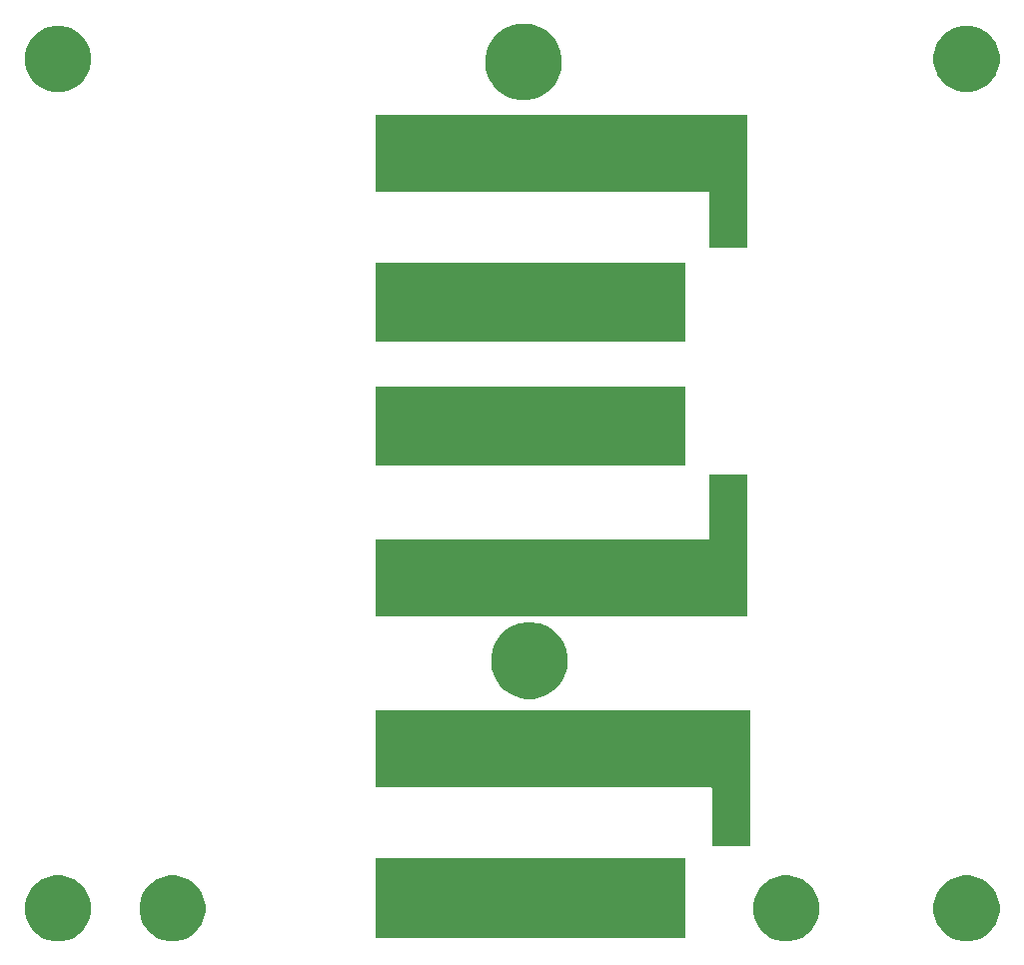
<source format=gbs>
G04 This is an RS-274x file exported by *
G04 gerbv version 2.6A *
G04 More information is available about gerbv at *
G04 http://gerbv.geda-project.org/ *
G04 --End of header info--*
%MOIN*%
%FSLAX34Y34*%
%IPPOS*%
G04 --Define apertures--*
%ADD10C,0.0039*%
G04 --Start main section--*
G54D10*
G36*
G01X0027881Y-069215D02*
G01X0028081Y-069298D01*
G01X0028081Y-069298D01*
G01X0028262Y-069419D01*
G01X0028416Y-069573D01*
G01X0028536Y-069753D01*
G01X0028536Y-069753D01*
G01X0028619Y-069954D01*
G01X0028662Y-070167D01*
G01X0028662Y-070384D01*
G01X0028619Y-070597D01*
G01X0028536Y-070798D01*
G01X0028536Y-070798D01*
G01X0028416Y-070979D01*
G01X0028262Y-071132D01*
G01X0028081Y-071253D01*
G01X0028081Y-071253D01*
G01X0028081Y-071253D01*
G01X0027881Y-071336D01*
G01X0027668Y-071378D01*
G01X0027450Y-071378D01*
G01X0027237Y-071336D01*
G01X0027037Y-071253D01*
G01X0027037Y-071253D01*
G01X0027037Y-071253D01*
G01X0026856Y-071132D01*
G01X0026702Y-070979D01*
G01X0026582Y-070798D01*
G01X0026582Y-070798D01*
G01X0026499Y-070597D01*
G01X0026456Y-070384D01*
G01X0026456Y-070167D01*
G01X0026499Y-069954D01*
G01X0026582Y-069753D01*
G01X0026582Y-069753D01*
G01X0026702Y-069573D01*
G01X0026856Y-069419D01*
G01X0027037Y-069298D01*
G01X0027037Y-069298D01*
G01X0027237Y-069215D01*
G01X0027450Y-069173D01*
G01X0027668Y-069173D01*
G01X0027881Y-069215D01*
G01X0027881Y-069215D01*
G37*
G36*
G01X0048353Y-069215D02*
G01X0048554Y-069298D01*
G01X0048554Y-069298D01*
G01X0048734Y-069419D01*
G01X0048888Y-069573D01*
G01X0049009Y-069753D01*
G01X0049009Y-069753D01*
G01X0049092Y-069954D01*
G01X0049134Y-070167D01*
G01X0049134Y-070384D01*
G01X0049092Y-070597D01*
G01X0049009Y-070798D01*
G01X0049009Y-070798D01*
G01X0048888Y-070979D01*
G01X0048734Y-071132D01*
G01X0048554Y-071253D01*
G01X0048554Y-071253D01*
G01X0048554Y-071253D01*
G01X0048353Y-071336D01*
G01X0048140Y-071378D01*
G01X0047923Y-071378D01*
G01X0047710Y-071336D01*
G01X0047509Y-071253D01*
G01X0047509Y-071253D01*
G01X0047509Y-071253D01*
G01X0047329Y-071132D01*
G01X0047175Y-070979D01*
G01X0047054Y-070798D01*
G01X0047054Y-070798D01*
G01X0046971Y-070597D01*
G01X0046929Y-070384D01*
G01X0046929Y-070167D01*
G01X0046971Y-069954D01*
G01X0047054Y-069753D01*
G01X0047054Y-069753D01*
G01X0047175Y-069573D01*
G01X0047329Y-069419D01*
G01X0047509Y-069298D01*
G01X0047509Y-069298D01*
G01X0047710Y-069215D01*
G01X0047923Y-069173D01*
G01X0048140Y-069173D01*
G01X0048353Y-069215D01*
G01X0048353Y-069215D01*
G37*
G36*
G01X0054377Y-069215D02*
G01X0054577Y-069298D01*
G01X0054577Y-069298D01*
G01X0054758Y-069419D01*
G01X0054912Y-069573D01*
G01X0055032Y-069753D01*
G01X0055032Y-069753D01*
G01X0055115Y-069954D01*
G01X0055158Y-070167D01*
G01X0055158Y-070384D01*
G01X0055115Y-070597D01*
G01X0055032Y-070798D01*
G01X0055032Y-070798D01*
G01X0054912Y-070979D01*
G01X0054758Y-071132D01*
G01X0054577Y-071253D01*
G01X0054577Y-071253D01*
G01X0054577Y-071253D01*
G01X0054377Y-071336D01*
G01X0054164Y-071378D01*
G01X0053947Y-071378D01*
G01X0053733Y-071336D01*
G01X0053533Y-071253D01*
G01X0053533Y-071253D01*
G01X0053533Y-071253D01*
G01X0053352Y-071132D01*
G01X0053199Y-070979D01*
G01X0053078Y-070798D01*
G01X0053078Y-070798D01*
G01X0052995Y-070597D01*
G01X0052952Y-070384D01*
G01X0052952Y-070167D01*
G01X0052995Y-069954D01*
G01X0053078Y-069753D01*
G01X0053078Y-069753D01*
G01X0053199Y-069573D01*
G01X0053352Y-069419D01*
G01X0053533Y-069298D01*
G01X0053533Y-069298D01*
G01X0053733Y-069215D01*
G01X0053947Y-069173D01*
G01X0054164Y-069173D01*
G01X0054377Y-069215D01*
G01X0054377Y-069215D01*
G37*
G36*
G01X0024062Y-069215D02*
G01X0024263Y-069298D01*
G01X0024263Y-069298D01*
G01X0024443Y-069419D01*
G01X0024597Y-069573D01*
G01X0024717Y-069753D01*
G01X0024717Y-069753D01*
G01X0024801Y-069954D01*
G01X0024843Y-070167D01*
G01X0024843Y-070384D01*
G01X0024801Y-070597D01*
G01X0024717Y-070798D01*
G01X0024717Y-070798D01*
G01X0024597Y-070979D01*
G01X0024443Y-071132D01*
G01X0024263Y-071253D01*
G01X0024263Y-071253D01*
G01X0024263Y-071253D01*
G01X0024062Y-071336D01*
G01X0023849Y-071378D01*
G01X0023632Y-071378D01*
G01X0023418Y-071336D01*
G01X0023218Y-071253D01*
G01X0023218Y-071253D01*
G01X0023218Y-071253D01*
G01X0023037Y-071132D01*
G01X0022884Y-070979D01*
G01X0022763Y-070798D01*
G01X0022763Y-070798D01*
G01X0022680Y-070597D01*
G01X0022637Y-070384D01*
G01X0022637Y-070167D01*
G01X0022680Y-069954D01*
G01X0022763Y-069753D01*
G01X0022763Y-069753D01*
G01X0022884Y-069573D01*
G01X0023037Y-069419D01*
G01X0023218Y-069298D01*
G01X0023218Y-069298D01*
G01X0023418Y-069215D01*
G01X0023632Y-069173D01*
G01X0023849Y-069173D01*
G01X0024062Y-069215D01*
G01X0024062Y-069215D01*
G37*
G36*
G01X0044685Y-071260D02*
G01X0034350Y-071260D01*
G01X0034350Y-068602D01*
G01X0044685Y-068602D01*
G01X0044685Y-071260D01*
G01X0044685Y-071260D01*
G37*
G36*
G01X0046850Y-068209D02*
G01X0045571Y-068209D01*
G01X0045571Y-066289D01*
G01X0045570Y-066280D01*
G01X0045567Y-066271D01*
G01X0045563Y-066262D01*
G01X0045556Y-066255D01*
G01X0045549Y-066248D01*
G01X0045540Y-066244D01*
G01X0045531Y-066241D01*
G01X0045522Y-066240D01*
G01X0034350Y-066240D01*
G01X0034350Y-063681D01*
G01X0046850Y-063681D01*
G01X0046850Y-068209D01*
G01X0046850Y-068209D01*
G37*
G36*
G01X0039718Y-060753D02*
G01X0039842Y-060777D01*
G01X0040075Y-060874D01*
G01X0040284Y-061014D01*
G01X0040463Y-061192D01*
G01X0040603Y-061402D01*
G01X0040699Y-061635D01*
G01X0040699Y-061635D01*
G01X0040748Y-061882D01*
G01X0040748Y-062134D01*
G01X0040724Y-062258D01*
G01X0040699Y-062381D01*
G01X0040603Y-062614D01*
G01X0040463Y-062824D01*
G01X0040284Y-063002D01*
G01X0040075Y-063142D01*
G01X0039842Y-063239D01*
G01X0039718Y-063263D01*
G01X0039595Y-063288D01*
G01X0039342Y-063288D01*
G01X0039219Y-063263D01*
G01X0039095Y-063239D01*
G01X0038862Y-063142D01*
G01X0038653Y-063002D01*
G01X0038474Y-062824D01*
G01X0038334Y-062614D01*
G01X0038238Y-062381D01*
G01X0038213Y-062258D01*
G01X0038189Y-062134D01*
G01X0038189Y-061882D01*
G01X0038238Y-061635D01*
G01X0038238Y-061635D01*
G01X0038334Y-061402D01*
G01X0038474Y-061192D01*
G01X0038653Y-061014D01*
G01X0038862Y-060874D01*
G01X0039095Y-060777D01*
G01X0039219Y-060753D01*
G01X0039342Y-060728D01*
G01X0039595Y-060728D01*
G01X0039718Y-060753D01*
G01X0039718Y-060753D01*
G37*
G36*
G01X0046752Y-060531D02*
G01X0034350Y-060531D01*
G01X0034350Y-057972D01*
G01X0045423Y-057972D01*
G01X0045433Y-057971D01*
G01X0045442Y-057969D01*
G01X0045451Y-057964D01*
G01X0045458Y-057958D01*
G01X0045464Y-057951D01*
G01X0045469Y-057942D01*
G01X0045471Y-057933D01*
G01X0045472Y-057923D01*
G01X0045472Y-055807D01*
G01X0046752Y-055807D01*
G01X0046752Y-060531D01*
G01X0046752Y-060531D01*
G37*
G36*
G01X0044685Y-055512D02*
G01X0034350Y-055512D01*
G01X0034350Y-052854D01*
G01X0044685Y-052854D01*
G01X0044685Y-055512D01*
G01X0044685Y-055512D01*
G37*
G36*
G01X0044685Y-051378D02*
G01X0034350Y-051378D01*
G01X0034350Y-048720D01*
G01X0044685Y-048720D01*
G01X0044685Y-051378D01*
G01X0044685Y-051378D01*
G37*
G36*
G01X0046752Y-048228D02*
G01X0045472Y-048228D01*
G01X0045472Y-046407D01*
G01X0045471Y-046398D01*
G01X0045469Y-046389D01*
G01X0045464Y-046380D01*
G01X0045458Y-046373D01*
G01X0045451Y-046367D01*
G01X0045442Y-046362D01*
G01X0045433Y-046359D01*
G01X0045423Y-046358D01*
G01X0034350Y-046358D01*
G01X0034350Y-043799D01*
G01X0046752Y-043799D01*
G01X0046752Y-048228D01*
G01X0046752Y-048228D01*
G37*
G36*
G01X0039487Y-040765D02*
G01X0039645Y-040797D01*
G01X0039878Y-040893D01*
G01X0039992Y-040969D01*
G01X0040088Y-041033D01*
G01X0040266Y-041212D01*
G01X0040289Y-041246D01*
G01X0040406Y-041421D01*
G01X0040502Y-041654D01*
G01X0040514Y-041711D01*
G01X0040552Y-041901D01*
G01X0040552Y-042154D01*
G01X0040532Y-042251D01*
G01X0040502Y-042401D01*
G01X0040406Y-042634D01*
G01X0040322Y-042759D01*
G01X0040266Y-042843D01*
G01X0040088Y-043022D01*
G01X0040072Y-043032D01*
G01X0039878Y-043162D01*
G01X0039645Y-043258D01*
G01X0039557Y-043276D01*
G01X0039398Y-043307D01*
G01X0039146Y-043307D01*
G01X0038986Y-043276D01*
G01X0038898Y-043258D01*
G01X0038665Y-043162D01*
G01X0038471Y-043032D01*
G01X0038456Y-043022D01*
G01X0038277Y-042843D01*
G01X0038221Y-042759D01*
G01X0038137Y-042634D01*
G01X0038041Y-042401D01*
G01X0038011Y-042251D01*
G01X0037992Y-042154D01*
G01X0037992Y-041901D01*
G01X0038030Y-041711D01*
G01X0038041Y-041654D01*
G01X0038137Y-041421D01*
G01X0038254Y-041246D01*
G01X0038277Y-041212D01*
G01X0038456Y-041033D01*
G01X0038551Y-040969D01*
G01X0038665Y-040893D01*
G01X0038898Y-040797D01*
G01X0039057Y-040765D01*
G01X0039146Y-040748D01*
G01X0039398Y-040748D01*
G01X0039487Y-040765D01*
G01X0039487Y-040765D01*
G37*
G36*
G01X0024062Y-040869D02*
G01X0024245Y-040945D01*
G01X0024263Y-040952D01*
G01X0024443Y-041073D01*
G01X0024597Y-041226D01*
G01X0024717Y-041407D01*
G01X0024717Y-041407D01*
G01X0024801Y-041607D01*
G01X0024843Y-041821D01*
G01X0024843Y-042038D01*
G01X0024801Y-042251D01*
G01X0024738Y-042401D01*
G01X0024717Y-042451D01*
G01X0024597Y-042632D01*
G01X0024443Y-042786D01*
G01X0024263Y-042906D01*
G01X0024263Y-042906D01*
G01X0024263Y-042906D01*
G01X0024062Y-042990D01*
G01X0023849Y-043032D01*
G01X0023632Y-043032D01*
G01X0023418Y-042990D01*
G01X0023218Y-042906D01*
G01X0023218Y-042906D01*
G01X0023218Y-042906D01*
G01X0023037Y-042786D01*
G01X0022884Y-042632D01*
G01X0022763Y-042451D01*
G01X0022742Y-042401D01*
G01X0022680Y-042251D01*
G01X0022637Y-042038D01*
G01X0022637Y-041821D01*
G01X0022680Y-041607D01*
G01X0022763Y-041407D01*
G01X0022763Y-041407D01*
G01X0022884Y-041226D01*
G01X0023037Y-041073D01*
G01X0023218Y-040952D01*
G01X0023235Y-040945D01*
G01X0023418Y-040869D01*
G01X0023632Y-040826D01*
G01X0023849Y-040826D01*
G01X0024062Y-040869D01*
G01X0024062Y-040869D01*
G37*
G36*
G01X0054377Y-040869D02*
G01X0054560Y-040945D01*
G01X0054577Y-040952D01*
G01X0054758Y-041073D01*
G01X0054912Y-041226D01*
G01X0055032Y-041407D01*
G01X0055032Y-041407D01*
G01X0055115Y-041607D01*
G01X0055158Y-041821D01*
G01X0055158Y-042038D01*
G01X0055115Y-042251D01*
G01X0055053Y-042401D01*
G01X0055032Y-042451D01*
G01X0054912Y-042632D01*
G01X0054758Y-042786D01*
G01X0054577Y-042906D01*
G01X0054577Y-042906D01*
G01X0054577Y-042906D01*
G01X0054377Y-042990D01*
G01X0054164Y-043032D01*
G01X0053947Y-043032D01*
G01X0053733Y-042990D01*
G01X0053533Y-042906D01*
G01X0053533Y-042906D01*
G01X0053533Y-042906D01*
G01X0053352Y-042786D01*
G01X0053199Y-042632D01*
G01X0053078Y-042451D01*
G01X0053057Y-042401D01*
G01X0052995Y-042251D01*
G01X0052952Y-042038D01*
G01X0052952Y-041821D01*
G01X0052995Y-041607D01*
G01X0053078Y-041407D01*
G01X0053078Y-041407D01*
G01X0053199Y-041226D01*
G01X0053352Y-041073D01*
G01X0053533Y-040952D01*
G01X0053550Y-040945D01*
G01X0053733Y-040869D01*
G01X0053947Y-040826D01*
G01X0054164Y-040826D01*
G01X0054377Y-040869D01*
G01X0054377Y-040869D01*
G37*
M02*

</source>
